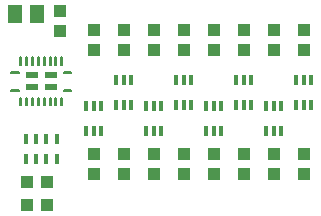
<source format=gbr>
G04 EAGLE Gerber RS-274X export*
G75*
%MOMM*%
%FSLAX34Y34*%
%LPD*%
%INSolderpaste Top*%
%IPPOS*%
%AMOC8*
5,1,8,0,0,1.08239X$1,22.5*%
G01*
%ADD10R,0.355600X0.812800*%
%ADD11R,1.240000X1.500000*%
%ADD12R,1.000000X1.075000*%
%ADD13C,0.196000*%
%ADD14R,1.000000X0.600000*%
%ADD15R,0.450000X0.900000*%
%ADD16R,1.100000X1.000000*%
%ADD17R,1.000000X1.100000*%


D10*
X104925Y92964D03*
X98425Y92964D03*
X91925Y92964D03*
X91925Y72136D03*
X98425Y72136D03*
X104925Y72136D03*
D11*
X50775Y171450D03*
X31775Y171450D03*
D12*
X69850Y173600D03*
X69850Y156600D03*
D13*
X28455Y107220D02*
X28455Y106380D01*
X28455Y107220D02*
X34995Y107220D01*
X34995Y106380D01*
X28455Y106380D01*
X36055Y93780D02*
X36895Y93780D01*
X36055Y93780D02*
X36055Y100320D01*
X36895Y100320D01*
X36895Y93780D01*
X36895Y95642D02*
X36055Y95642D01*
X36055Y97504D02*
X36895Y97504D01*
X36895Y99366D02*
X36055Y99366D01*
X41055Y93780D02*
X41895Y93780D01*
X41055Y93780D02*
X41055Y100320D01*
X41895Y100320D01*
X41895Y93780D01*
X41895Y95642D02*
X41055Y95642D01*
X41055Y97504D02*
X41895Y97504D01*
X41895Y99366D02*
X41055Y99366D01*
X46055Y93780D02*
X46895Y93780D01*
X46055Y93780D02*
X46055Y100320D01*
X46895Y100320D01*
X46895Y93780D01*
X46895Y95642D02*
X46055Y95642D01*
X46055Y97504D02*
X46895Y97504D01*
X46895Y99366D02*
X46055Y99366D01*
X51055Y93780D02*
X51895Y93780D01*
X51055Y93780D02*
X51055Y100320D01*
X51895Y100320D01*
X51895Y93780D01*
X51895Y95642D02*
X51055Y95642D01*
X51055Y97504D02*
X51895Y97504D01*
X51895Y99366D02*
X51055Y99366D01*
X56055Y93780D02*
X56895Y93780D01*
X56055Y93780D02*
X56055Y100320D01*
X56895Y100320D01*
X56895Y93780D01*
X56895Y95642D02*
X56055Y95642D01*
X56055Y97504D02*
X56895Y97504D01*
X56895Y99366D02*
X56055Y99366D01*
X61055Y93780D02*
X61895Y93780D01*
X61055Y93780D02*
X61055Y100320D01*
X61895Y100320D01*
X61895Y93780D01*
X61895Y95642D02*
X61055Y95642D01*
X61055Y97504D02*
X61895Y97504D01*
X61895Y99366D02*
X61055Y99366D01*
X66055Y93780D02*
X66895Y93780D01*
X66055Y93780D02*
X66055Y100320D01*
X66895Y100320D01*
X66895Y93780D01*
X66895Y95642D02*
X66055Y95642D01*
X66055Y97504D02*
X66895Y97504D01*
X66895Y99366D02*
X66055Y99366D01*
X71055Y93780D02*
X71895Y93780D01*
X71055Y93780D02*
X71055Y100320D01*
X71895Y100320D01*
X71895Y93780D01*
X71895Y95642D02*
X71055Y95642D01*
X71055Y97504D02*
X71895Y97504D01*
X71895Y99366D02*
X71055Y99366D01*
X72955Y106380D02*
X72955Y107220D01*
X79495Y107220D01*
X79495Y106380D01*
X72955Y106380D01*
X72955Y121380D02*
X72955Y122220D01*
X79495Y122220D01*
X79495Y121380D01*
X72955Y121380D01*
X71895Y128280D02*
X71055Y128280D01*
X71055Y134820D01*
X71895Y134820D01*
X71895Y128280D01*
X71895Y130142D02*
X71055Y130142D01*
X71055Y132004D02*
X71895Y132004D01*
X71895Y133866D02*
X71055Y133866D01*
X66895Y128280D02*
X66055Y128280D01*
X66055Y134820D01*
X66895Y134820D01*
X66895Y128280D01*
X66895Y130142D02*
X66055Y130142D01*
X66055Y132004D02*
X66895Y132004D01*
X66895Y133866D02*
X66055Y133866D01*
X61895Y128280D02*
X61055Y128280D01*
X61055Y134820D01*
X61895Y134820D01*
X61895Y128280D01*
X61895Y130142D02*
X61055Y130142D01*
X61055Y132004D02*
X61895Y132004D01*
X61895Y133866D02*
X61055Y133866D01*
X56895Y128280D02*
X56055Y128280D01*
X56055Y134820D01*
X56895Y134820D01*
X56895Y128280D01*
X56895Y130142D02*
X56055Y130142D01*
X56055Y132004D02*
X56895Y132004D01*
X56895Y133866D02*
X56055Y133866D01*
X51895Y128280D02*
X51055Y128280D01*
X51055Y134820D01*
X51895Y134820D01*
X51895Y128280D01*
X51895Y130142D02*
X51055Y130142D01*
X51055Y132004D02*
X51895Y132004D01*
X51895Y133866D02*
X51055Y133866D01*
X46895Y128280D02*
X46055Y128280D01*
X46055Y134820D01*
X46895Y134820D01*
X46895Y128280D01*
X46895Y130142D02*
X46055Y130142D01*
X46055Y132004D02*
X46895Y132004D01*
X46895Y133866D02*
X46055Y133866D01*
X41895Y128280D02*
X41055Y128280D01*
X41055Y134820D01*
X41895Y134820D01*
X41895Y128280D01*
X41895Y130142D02*
X41055Y130142D01*
X41055Y132004D02*
X41895Y132004D01*
X41895Y133866D02*
X41055Y133866D01*
X36895Y128280D02*
X36055Y128280D01*
X36055Y134820D01*
X36895Y134820D01*
X36895Y128280D01*
X36895Y130142D02*
X36055Y130142D01*
X36055Y132004D02*
X36895Y132004D01*
X36895Y133866D02*
X36055Y133866D01*
X28455Y122220D02*
X28455Y121380D01*
X28455Y122220D02*
X34995Y122220D01*
X34995Y121380D01*
X28455Y121380D01*
D14*
X45975Y109300D03*
X45975Y119300D03*
X61975Y119300D03*
X61975Y109300D03*
D15*
X40975Y65650D03*
X40975Y48650D03*
X49975Y65650D03*
X57975Y65650D03*
X66975Y65650D03*
X66975Y48650D03*
X49975Y48650D03*
X57975Y48650D03*
D16*
X42300Y28575D03*
X59300Y28575D03*
X42300Y9525D03*
X59300Y9525D03*
D17*
X98425Y35950D03*
X98425Y52950D03*
D12*
X98425Y157725D03*
X98425Y140725D03*
D10*
X130325Y115189D03*
X123825Y115189D03*
X117325Y115189D03*
X117325Y94361D03*
X123825Y94361D03*
X130325Y94361D03*
D17*
X123825Y35950D03*
X123825Y52950D03*
D12*
X123825Y157725D03*
X123825Y140725D03*
D10*
X155725Y92964D03*
X149225Y92964D03*
X142725Y92964D03*
X142725Y72136D03*
X149225Y72136D03*
X155725Y72136D03*
D17*
X149225Y35950D03*
X149225Y52950D03*
D12*
X149225Y157725D03*
X149225Y140725D03*
D10*
X181125Y115189D03*
X174625Y115189D03*
X168125Y115189D03*
X168125Y94361D03*
X174625Y94361D03*
X181125Y94361D03*
D17*
X174625Y35950D03*
X174625Y52950D03*
D12*
X174625Y157725D03*
X174625Y140725D03*
D10*
X206525Y92964D03*
X200025Y92964D03*
X193525Y92964D03*
X193525Y72136D03*
X200025Y72136D03*
X206525Y72136D03*
D17*
X200025Y35950D03*
X200025Y52950D03*
D12*
X200025Y157725D03*
X200025Y140725D03*
D10*
X231925Y115189D03*
X225425Y115189D03*
X218925Y115189D03*
X218925Y94361D03*
X225425Y94361D03*
X231925Y94361D03*
D17*
X225425Y35950D03*
X225425Y52950D03*
D12*
X225425Y157725D03*
X225425Y140725D03*
D10*
X257325Y92964D03*
X250825Y92964D03*
X244325Y92964D03*
X244325Y72136D03*
X250825Y72136D03*
X257325Y72136D03*
D17*
X250825Y35950D03*
X250825Y52950D03*
D12*
X250825Y157725D03*
X250825Y140725D03*
D10*
X282725Y115189D03*
X276225Y115189D03*
X269725Y115189D03*
X269725Y94361D03*
X276225Y94361D03*
X282725Y94361D03*
D17*
X276225Y35950D03*
X276225Y52950D03*
D12*
X276225Y157725D03*
X276225Y140725D03*
M02*

</source>
